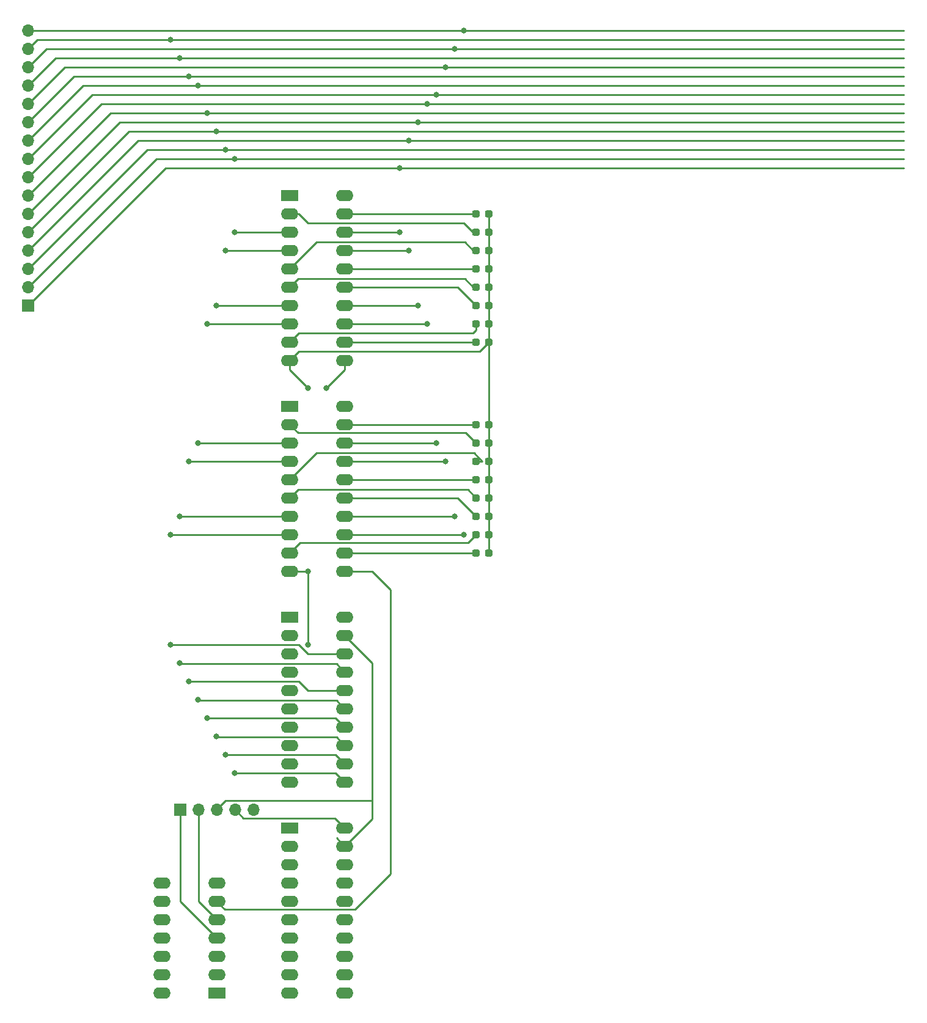
<source format=gbr>
%TF.GenerationSoftware,KiCad,Pcbnew,6.0.8-1.fc36*%
%TF.CreationDate,2022-10-27T22:21:33-04:00*%
%TF.ProjectId,16bit_computer,31366269-745f-4636-9f6d-70757465722e,rev?*%
%TF.SameCoordinates,Original*%
%TF.FileFunction,Copper,L1,Top*%
%TF.FilePolarity,Positive*%
%FSLAX46Y46*%
G04 Gerber Fmt 4.6, Leading zero omitted, Abs format (unit mm)*
G04 Created by KiCad (PCBNEW 6.0.8-1.fc36) date 2022-10-27 22:21:33*
%MOMM*%
%LPD*%
G01*
G04 APERTURE LIST*
G04 Aperture macros list*
%AMRoundRect*
0 Rectangle with rounded corners*
0 $1 Rounding radius*
0 $2 $3 $4 $5 $6 $7 $8 $9 X,Y pos of 4 corners*
0 Add a 4 corners polygon primitive as box body*
4,1,4,$2,$3,$4,$5,$6,$7,$8,$9,$2,$3,0*
0 Add four circle primitives for the rounded corners*
1,1,$1+$1,$2,$3*
1,1,$1+$1,$4,$5*
1,1,$1+$1,$6,$7*
1,1,$1+$1,$8,$9*
0 Add four rect primitives between the rounded corners*
20,1,$1+$1,$2,$3,$4,$5,0*
20,1,$1+$1,$4,$5,$6,$7,0*
20,1,$1+$1,$6,$7,$8,$9,0*
20,1,$1+$1,$8,$9,$2,$3,0*%
G04 Aperture macros list end*
%TA.AperFunction,SMDPad,CuDef*%
%ADD10RoundRect,0.237500X0.287500X0.237500X-0.287500X0.237500X-0.287500X-0.237500X0.287500X-0.237500X0*%
%TD*%
%TA.AperFunction,ComponentPad*%
%ADD11R,2.400000X1.600000*%
%TD*%
%TA.AperFunction,ComponentPad*%
%ADD12O,2.400000X1.600000*%
%TD*%
%TA.AperFunction,ComponentPad*%
%ADD13R,1.700000X1.700000*%
%TD*%
%TA.AperFunction,ComponentPad*%
%ADD14O,1.700000X1.700000*%
%TD*%
%TA.AperFunction,ViaPad*%
%ADD15C,0.800000*%
%TD*%
%TA.AperFunction,Conductor*%
%ADD16C,0.250000*%
%TD*%
G04 APERTURE END LIST*
D10*
%TO.P,D7,1,K*%
%TO.N,Vss*%
X89775000Y-88900000D03*
%TO.P,D7,2,A*%
%TO.N,Net-(D7-Pad2)*%
X88025000Y-88900000D03*
%TD*%
%TO.P,D10,1,K*%
%TO.N,Vss*%
X89775000Y-105410000D03*
%TO.P,D10,2,A*%
%TO.N,Net-(D10-Pad2)*%
X88025000Y-105410000D03*
%TD*%
%TO.P,D13,1,K*%
%TO.N,Vss*%
X89775000Y-113030000D03*
%TO.P,D13,2,A*%
%TO.N,Net-(D13-Pad2)*%
X88025000Y-113030000D03*
%TD*%
%TO.P,D6,1,K*%
%TO.N,Vss*%
X89775000Y-86360000D03*
%TO.P,D6,2,A*%
%TO.N,Net-(D6-Pad2)*%
X88025000Y-86360000D03*
%TD*%
%TO.P,D12,1,K*%
%TO.N,Vss*%
X89775000Y-110490000D03*
%TO.P,D12,2,A*%
%TO.N,Net-(D12-Pad2)*%
X88025000Y-110490000D03*
%TD*%
%TO.P,D11,1,K*%
%TO.N,Vss*%
X89775000Y-107950000D03*
%TO.P,D11,2,A*%
%TO.N,Net-(D11-Pad2)*%
X88025000Y-107950000D03*
%TD*%
%TO.P,D5,1,K*%
%TO.N,Vss*%
X89775000Y-83820000D03*
%TO.P,D5,2,A*%
%TO.N,Net-(D5-Pad2)*%
X88025000Y-83820000D03*
%TD*%
%TO.P,D1,1,K*%
%TO.N,Vss*%
X89775000Y-73660000D03*
%TO.P,D1,2,A*%
%TO.N,Net-(D1-Pad2)*%
X88025000Y-73660000D03*
%TD*%
%TO.P,D2,1,K*%
%TO.N,Vss*%
X89775000Y-76200000D03*
%TO.P,D2,2,A*%
%TO.N,Net-(D2-Pad2)*%
X88025000Y-76200000D03*
%TD*%
%TO.P,D14,1,K*%
%TO.N,Vss*%
X89775000Y-115570000D03*
%TO.P,D14,2,A*%
%TO.N,Net-(D14-Pad2)*%
X88025000Y-115570000D03*
%TD*%
%TO.P,D4,1,K*%
%TO.N,Vss*%
X89775000Y-81280000D03*
%TO.P,D4,2,A*%
%TO.N,Net-(D4-Pad2)*%
X88025000Y-81280000D03*
%TD*%
%TO.P,D15,1,K*%
%TO.N,Vss*%
X89775000Y-118110000D03*
%TO.P,D15,2,A*%
%TO.N,Net-(D15-Pad2)*%
X88025000Y-118110000D03*
%TD*%
%TO.P,D8,1,K*%
%TO.N,Vss*%
X89775000Y-91440000D03*
%TO.P,D8,2,A*%
%TO.N,Net-(D8-Pad2)*%
X88025000Y-91440000D03*
%TD*%
%TO.P,D16,1,K*%
%TO.N,Vss*%
X89775000Y-120650000D03*
%TO.P,D16,2,A*%
%TO.N,Net-(D16-Pad2)*%
X88025000Y-120650000D03*
%TD*%
%TO.P,D9,1,K*%
%TO.N,Vss*%
X89775000Y-102870000D03*
%TO.P,D9,2,A*%
%TO.N,Net-(D9-Pad2)*%
X88025000Y-102870000D03*
%TD*%
%TO.P,D3,1,K*%
%TO.N,Vss*%
X89775000Y-78740000D03*
%TO.P,D3,2,A*%
%TO.N,Net-(D3-Pad2)*%
X88025000Y-78740000D03*
%TD*%
D11*
%TO.P,U4,1,Dir*%
%TO.N,Vss*%
X62230000Y-158750000D03*
D12*
%TO.P,U4,2*%
%TO.N,/16*%
X62230000Y-161290000D03*
%TO.P,U4,3*%
%TO.N,/14*%
X62230000Y-163830000D03*
%TO.P,U4,4*%
%TO.N,/12*%
X62230000Y-166370000D03*
%TO.P,U4,5*%
%TO.N,/9*%
X62230000Y-168910000D03*
%TO.P,U4,6*%
%TO.N,/8*%
X62230000Y-171450000D03*
%TO.P,U4,7*%
%TO.N,/6*%
X62230000Y-173990000D03*
%TO.P,U4,8*%
%TO.N,/4*%
X62230000Y-176530000D03*
%TO.P,U4,9*%
%TO.N,/1*%
X62230000Y-179070000D03*
%TO.P,U4,10,Vss*%
%TO.N,Vss*%
X62230000Y-181610000D03*
%TO.P,U4,11*%
%TO.N,Net-(D1-Pad2)*%
X69850000Y-181610000D03*
%TO.P,U4,12*%
%TO.N,Net-(D4-Pad2)*%
X69850000Y-179070000D03*
%TO.P,U4,13*%
%TO.N,Net-(D6-Pad2)*%
X69850000Y-176530000D03*
%TO.P,U4,14*%
%TO.N,Net-(D8-Pad2)*%
X69850000Y-173990000D03*
%TO.P,U4,15*%
%TO.N,Net-(D9-Pad2)*%
X69850000Y-171450000D03*
%TO.P,U4,16*%
%TO.N,Net-(D12-Pad2)*%
X69850000Y-168910000D03*
%TO.P,U4,17*%
%TO.N,Net-(D14-Pad2)*%
X69850000Y-166370000D03*
%TO.P,U4,18*%
%TO.N,Net-(D16-Pad2)*%
X69850000Y-163830000D03*
%TO.P,U4,19,~{G}*%
%TO.N,/~{ENABLE}*%
X69850000Y-161290000D03*
%TO.P,U4,20,Vdd*%
%TO.N,Vdd*%
X69850000Y-158750000D03*
%TD*%
D11*
%TO.P,U2,1,~{E}*%
%TO.N,Vdd*%
X62230000Y-71120000D03*
D12*
%TO.P,U2,2*%
%TO.N,Net-(D2-Pad2)*%
X62230000Y-73660000D03*
%TO.P,U2,3*%
%TO.N,/2*%
X62230000Y-76200000D03*
%TO.P,U2,4*%
%TO.N,/3*%
X62230000Y-78740000D03*
%TO.P,U2,5*%
%TO.N,Net-(D3-Pad2)*%
X62230000Y-81280000D03*
%TO.P,U2,6*%
%TO.N,Net-(D5-Pad2)*%
X62230000Y-83820000D03*
%TO.P,U2,7*%
%TO.N,/5*%
X62230000Y-86360000D03*
%TO.P,U2,8*%
%TO.N,/7*%
X62230000Y-88900000D03*
%TO.P,U2,9*%
%TO.N,Net-(D7-Pad2)*%
X62230000Y-91440000D03*
%TO.P,U2,10,Vss*%
%TO.N,Vss*%
X62230000Y-93980000D03*
%TO.P,U2,11,Ck*%
%TO.N,Net-(J3-Pad6)*%
X69850000Y-93980000D03*
%TO.P,U2,12*%
%TO.N,Net-(D8-Pad2)*%
X69850000Y-91440000D03*
%TO.P,U2,13*%
%TO.N,/8*%
X69850000Y-88900000D03*
%TO.P,U2,14*%
%TO.N,/6*%
X69850000Y-86360000D03*
%TO.P,U2,15*%
%TO.N,Net-(D6-Pad2)*%
X69850000Y-83820000D03*
%TO.P,U2,16*%
%TO.N,Net-(D4-Pad2)*%
X69850000Y-81280000D03*
%TO.P,U2,17*%
%TO.N,/4*%
X69850000Y-78740000D03*
%TO.P,U2,18*%
%TO.N,/1*%
X69850000Y-76200000D03*
%TO.P,U2,19*%
%TO.N,Net-(D1-Pad2)*%
X69850000Y-73660000D03*
%TO.P,U2,20,Vdd*%
%TO.N,Vdd*%
X69850000Y-71120000D03*
%TD*%
D11*
%TO.P,J3,1,Pin_1*%
%TO.N,unconnected-(J3-Pad1)*%
X52085000Y-181610000D03*
D12*
%TO.P,J3,2,Pin_2*%
%TO.N,unconnected-(J3-Pad2)*%
X52085000Y-179070000D03*
%TO.P,J3,3,Pin_3*%
%TO.N,unconnected-(J3-Pad3)*%
X52085000Y-176530000D03*
%TO.P,J3,4,Pin_4*%
%TO.N,/CLK*%
X52085000Y-173990000D03*
%TO.P,J3,5,Pin_5*%
%TO.N,/LOAD*%
X52085000Y-171450000D03*
%TO.P,J3,6,Pin_6*%
%TO.N,Net-(J3-Pad6)*%
X52085000Y-168910000D03*
%TO.P,J3,7,Pin_7*%
%TO.N,Vss*%
X52085000Y-166370000D03*
%TO.P,J3,8,Pin_8*%
%TO.N,unconnected-(J3-Pad8)*%
X44465000Y-166370000D03*
%TO.P,J3,9,Pin_9*%
%TO.N,unconnected-(J3-Pad9)*%
X44465000Y-168910000D03*
%TO.P,J3,10,Pin_10*%
%TO.N,unconnected-(J3-Pad10)*%
X44465000Y-171450000D03*
%TO.P,J3,11,Pin_11*%
%TO.N,unconnected-(J3-Pad11)*%
X44465000Y-173990000D03*
%TO.P,J3,12,Pin_12*%
%TO.N,unconnected-(J3-Pad12)*%
X44465000Y-176530000D03*
%TO.P,J3,13,Pin_13*%
%TO.N,unconnected-(J3-Pad13)*%
X44465000Y-179070000D03*
%TO.P,J3,14,Pin_14*%
%TO.N,Vdd*%
X44465000Y-181610000D03*
%TD*%
D13*
%TO.P,J2,1,Pin_1*%
%TO.N,/1*%
X25965000Y-86360000D03*
D14*
%TO.P,J2,2,Pin_2*%
%TO.N,/2*%
X25965000Y-83820000D03*
%TO.P,J2,3,Pin_3*%
%TO.N,/3*%
X25965000Y-81280000D03*
%TO.P,J2,4,Pin_4*%
%TO.N,/4*%
X25965000Y-78740000D03*
%TO.P,J2,5,Pin_5*%
%TO.N,/5*%
X25965000Y-76200000D03*
%TO.P,J2,6,Pin_6*%
%TO.N,/6*%
X25965000Y-73660000D03*
%TO.P,J2,7,Pin_7*%
%TO.N,/7*%
X25965000Y-71120000D03*
%TO.P,J2,8,Pin_8*%
%TO.N,/8*%
X25965000Y-68580000D03*
%TO.P,J2,9,Pin_9*%
%TO.N,/9*%
X25965000Y-66040000D03*
%TO.P,J2,10,Pin_10*%
%TO.N,/10*%
X25965000Y-63500000D03*
%TO.P,J2,11,Pin_11*%
%TO.N,/11*%
X25965000Y-60960000D03*
%TO.P,J2,12,Pin_12*%
%TO.N,/12*%
X25965000Y-58420000D03*
%TO.P,J2,13,Pin_13*%
%TO.N,/13*%
X25965000Y-55880000D03*
%TO.P,J2,14,Pin_14*%
%TO.N,/14*%
X25965000Y-53340000D03*
%TO.P,J2,15,Pin_15*%
%TO.N,/15*%
X25965000Y-50800000D03*
%TO.P,J2,16,Pin_16*%
%TO.N,/16*%
X25965000Y-48260000D03*
%TD*%
D11*
%TO.P,U5,1,Dir*%
%TO.N,Vdd*%
X62230000Y-129540000D03*
D12*
%TO.P,U5,2*%
%TO.N,Net-(D15-Pad2)*%
X62230000Y-132080000D03*
%TO.P,U5,3*%
%TO.N,Net-(D13-Pad2)*%
X62230000Y-134620000D03*
%TO.P,U5,4*%
%TO.N,Net-(D11-Pad2)*%
X62230000Y-137160000D03*
%TO.P,U5,5*%
%TO.N,Net-(D10-Pad2)*%
X62230000Y-139700000D03*
%TO.P,U5,6*%
%TO.N,Net-(D7-Pad2)*%
X62230000Y-142240000D03*
%TO.P,U5,7*%
%TO.N,Net-(D5-Pad2)*%
X62230000Y-144780000D03*
%TO.P,U5,8*%
%TO.N,Net-(D3-Pad2)*%
X62230000Y-147320000D03*
%TO.P,U5,9*%
%TO.N,Net-(D2-Pad2)*%
X62230000Y-149860000D03*
%TO.P,U5,10,Vss*%
%TO.N,Vss*%
X62230000Y-152400000D03*
%TO.P,U5,11*%
%TO.N,/2*%
X69850000Y-152400000D03*
%TO.P,U5,12*%
%TO.N,/3*%
X69850000Y-149860000D03*
%TO.P,U5,13*%
%TO.N,/5*%
X69850000Y-147320000D03*
%TO.P,U5,14*%
%TO.N,/7*%
X69850000Y-144780000D03*
%TO.P,U5,15*%
%TO.N,/10*%
X69850000Y-142240000D03*
%TO.P,U5,16*%
%TO.N,/11*%
X69850000Y-139700000D03*
%TO.P,U5,17*%
%TO.N,/13*%
X69850000Y-137160000D03*
%TO.P,U5,18*%
%TO.N,/15*%
X69850000Y-134620000D03*
%TO.P,U5,19,~{G}*%
%TO.N,/~{ENABLE}*%
X69850000Y-132080000D03*
%TO.P,U5,20,Vdd*%
%TO.N,Vdd*%
X69850000Y-129540000D03*
%TD*%
D13*
%TO.P,J1,1,Pin_1*%
%TO.N,/CLK*%
X46995000Y-156210000D03*
D14*
%TO.P,J1,2,Pin_2*%
%TO.N,/LOAD*%
X49535000Y-156210000D03*
%TO.P,J1,3,Pin_3*%
%TO.N,/~{ENABLE}*%
X52075000Y-156210000D03*
%TO.P,J1,4,Pin_4*%
%TO.N,Vdd*%
X54615000Y-156210000D03*
%TO.P,J1,5,Pin_5*%
%TO.N,Vss*%
X57155000Y-156210000D03*
%TD*%
D11*
%TO.P,U3,1,~{E}*%
%TO.N,Vdd*%
X62230000Y-100330000D03*
D12*
%TO.P,U3,2*%
%TO.N,Net-(D10-Pad2)*%
X62230000Y-102870000D03*
%TO.P,U3,3*%
%TO.N,/10*%
X62230000Y-105410000D03*
%TO.P,U3,4*%
%TO.N,/11*%
X62230000Y-107950000D03*
%TO.P,U3,5*%
%TO.N,Net-(D11-Pad2)*%
X62230000Y-110490000D03*
%TO.P,U3,6*%
%TO.N,Net-(D13-Pad2)*%
X62230000Y-113030000D03*
%TO.P,U3,7*%
%TO.N,/13*%
X62230000Y-115570000D03*
%TO.P,U3,8*%
%TO.N,/15*%
X62230000Y-118110000D03*
%TO.P,U3,9*%
%TO.N,Net-(D15-Pad2)*%
X62230000Y-120650000D03*
%TO.P,U3,10,Vss*%
%TO.N,Vss*%
X62230000Y-123190000D03*
%TO.P,U3,11,Ck*%
%TO.N,Net-(J3-Pad6)*%
X69850000Y-123190000D03*
%TO.P,U3,12*%
%TO.N,Net-(D16-Pad2)*%
X69850000Y-120650000D03*
%TO.P,U3,13*%
%TO.N,/16*%
X69850000Y-118110000D03*
%TO.P,U3,14*%
%TO.N,/14*%
X69850000Y-115570000D03*
%TO.P,U3,15*%
%TO.N,Net-(D14-Pad2)*%
X69850000Y-113030000D03*
%TO.P,U3,16*%
%TO.N,Net-(D12-Pad2)*%
X69850000Y-110490000D03*
%TO.P,U3,17*%
%TO.N,/12*%
X69850000Y-107950000D03*
%TO.P,U3,18*%
%TO.N,/9*%
X69850000Y-105410000D03*
%TO.P,U3,19*%
%TO.N,Net-(D9-Pad2)*%
X69850000Y-102870000D03*
%TO.P,U3,20,Vdd*%
%TO.N,Vdd*%
X69850000Y-100330000D03*
%TD*%
D15*
%TO.N,/2*%
X54610000Y-66040000D03*
%TO.N,/3*%
X53340000Y-64770000D03*
%TO.N,/5*%
X52070000Y-62230000D03*
%TO.N,/7*%
X50800000Y-59690000D03*
%TO.N,/10*%
X49530000Y-55880000D03*
%TO.N,/11*%
X48260000Y-54610000D03*
%TO.N,/13*%
X46990000Y-52070000D03*
%TO.N,/15*%
X45720000Y-49530000D03*
%TO.N,/1*%
X77470000Y-67310000D03*
%TO.N,/9*%
X82540000Y-57160000D03*
%TO.N,/12*%
X83820000Y-53340000D03*
%TO.N,/14*%
X85090000Y-50800000D03*
%TO.N,/16*%
X86360000Y-48260000D03*
%TO.N,/4*%
X78740000Y-63500000D03*
%TO.N,/6*%
X80010000Y-60960000D03*
%TO.N,/8*%
X81280000Y-58420000D03*
%TO.N,/10*%
X49520000Y-105405000D03*
X49520000Y-140965000D03*
%TO.N,/11*%
X48260000Y-138430000D03*
X48255000Y-107950000D03*
%TO.N,/13*%
X46990000Y-135890000D03*
X46980000Y-115565000D03*
%TO.N,/15*%
X45720000Y-133350000D03*
X45710000Y-118105000D03*
%TO.N,/2*%
X54600000Y-76195000D03*
X54600000Y-151125000D03*
%TO.N,/3*%
X53330000Y-78735000D03*
X53330000Y-148585000D03*
%TO.N,/5*%
X52060000Y-146045000D03*
X52060000Y-86355000D03*
%TO.N,/7*%
X50790000Y-143505000D03*
X50790000Y-88895000D03*
%TO.N,/8*%
X81270000Y-88895000D03*
%TO.N,/6*%
X80000000Y-86355000D03*
%TO.N,/4*%
X78730000Y-78735000D03*
%TO.N,/1*%
X77460000Y-76195000D03*
%TO.N,/16*%
X86350000Y-118105000D03*
%TO.N,/14*%
X85080000Y-115565000D03*
%TO.N,/12*%
X83810000Y-107945000D03*
%TO.N,/9*%
X82540000Y-105405000D03*
%TO.N,Vss*%
X64770000Y-123190000D03*
X64770000Y-133350000D03*
X64770000Y-97790000D03*
%TO.N,Net-(J3-Pad6)*%
X67310000Y-97790000D03*
%TD*%
D16*
%TO.N,/13*%
X25965000Y-55880000D02*
X29775000Y-52070000D01*
X29775000Y-52070000D02*
X147320000Y-52070000D01*
%TO.N,/3*%
X52070000Y-64770000D02*
X53340000Y-64770000D01*
X53340000Y-64770000D02*
X147320000Y-64770000D01*
%TO.N,/5*%
X39935000Y-62230000D02*
X52070000Y-62230000D01*
X52070000Y-62230000D02*
X147320000Y-62230000D01*
%TO.N,/15*%
X27235000Y-49530000D02*
X45720000Y-49530000D01*
X45720000Y-49530000D02*
X83820000Y-49530000D01*
%TO.N,/14*%
X85085000Y-115565000D02*
X85090000Y-115570000D01*
X85080000Y-115565000D02*
X85085000Y-115565000D01*
%TO.N,/8*%
X36125000Y-58420000D02*
X81280000Y-58420000D01*
X81280000Y-58420000D02*
X147320000Y-58420000D01*
%TO.N,/10*%
X62225000Y-105410000D02*
X62220000Y-105405000D01*
X62220000Y-105405000D02*
X49520000Y-105405000D01*
X68725000Y-141115000D02*
X62220000Y-141115000D01*
X49670000Y-141115000D02*
X49520000Y-140965000D01*
X69850000Y-142240000D02*
X68725000Y-141115000D01*
%TO.N,/9*%
X25965000Y-66040000D02*
X34855000Y-57150000D01*
%TO.N,/10*%
X62220000Y-141115000D02*
X49670000Y-141115000D01*
X62230000Y-105410000D02*
X62225000Y-105410000D01*
%TO.N,/9*%
X34855000Y-57150000D02*
X147320000Y-57150000D01*
%TO.N,/10*%
X25965000Y-63500000D02*
X33585000Y-55880000D01*
%TO.N,/11*%
X63500000Y-138430000D02*
X48260000Y-138430000D01*
X69850000Y-139700000D02*
X64770000Y-139700000D01*
X48250000Y-107945000D02*
X48255000Y-107950000D01*
X64770000Y-139700000D02*
X63500000Y-138430000D01*
X62230000Y-107950000D02*
X48255000Y-107950000D01*
%TO.N,/10*%
X33585000Y-55880000D02*
X147320000Y-55880000D01*
%TO.N,/11*%
X25965000Y-60960000D02*
X32315000Y-54610000D01*
%TO.N,/13*%
X46985000Y-115570000D02*
X46980000Y-115565000D01*
X69850000Y-137160000D02*
X68725000Y-136035000D01*
%TO.N,/11*%
X32315000Y-54610000D02*
X147320000Y-54610000D01*
%TO.N,/13*%
X68725000Y-136035000D02*
X47135000Y-136035000D01*
X62230000Y-115570000D02*
X46985000Y-115570000D01*
X47135000Y-136035000D02*
X46990000Y-135890000D01*
%TO.N,/12*%
X31045000Y-53340000D02*
X147320000Y-53340000D01*
%TO.N,/15*%
X62225000Y-118110000D02*
X62220000Y-118105000D01*
X62230000Y-118110000D02*
X62225000Y-118110000D01*
X62220000Y-118105000D02*
X45710000Y-118105000D01*
%TO.N,/12*%
X25965000Y-58420000D02*
X31045000Y-53340000D01*
X25965000Y-58420000D02*
X26670000Y-58420000D01*
%TO.N,/15*%
X69850000Y-134620000D02*
X64770000Y-134620000D01*
X64770000Y-134620000D02*
X63500000Y-133350000D01*
X63500000Y-133350000D02*
X45720000Y-133350000D01*
%TO.N,/LOAD*%
X52085000Y-171450000D02*
X49535000Y-168900000D01*
X49535000Y-168900000D02*
X49535000Y-156210000D01*
%TO.N,/2*%
X54605000Y-76195000D02*
X54610000Y-76200000D01*
X62230000Y-76200000D02*
X54605000Y-76200000D01*
%TO.N,/1*%
X25965000Y-86360000D02*
X45015000Y-67310000D01*
%TO.N,/2*%
X69850000Y-152400000D02*
X68575000Y-151125000D01*
%TO.N,/1*%
X25965000Y-86360000D02*
X26670000Y-86360000D01*
%TO.N,/2*%
X68575000Y-151125000D02*
X54600000Y-151125000D01*
X62225000Y-76200000D02*
X62220000Y-76195000D01*
X62230000Y-76200000D02*
X62225000Y-76200000D01*
X54600000Y-76195000D02*
X54605000Y-76195000D01*
%TO.N,/1*%
X45015000Y-67310000D02*
X147320000Y-67310000D01*
%TO.N,/2*%
X54605000Y-76200000D02*
X54600000Y-76195000D01*
%TO.N,/3*%
X68570000Y-148585000D02*
X53330000Y-148585000D01*
X53335000Y-78740000D02*
X53330000Y-78735000D01*
%TO.N,/2*%
X43745000Y-66040000D02*
X53340000Y-66040000D01*
%TO.N,/3*%
X69845000Y-149860000D02*
X69840000Y-149855000D01*
X53330000Y-78735000D02*
X53335000Y-78735000D01*
X69850000Y-149860000D02*
X69845000Y-149860000D01*
X69840000Y-149855000D02*
X68570000Y-148585000D01*
X62230000Y-78740000D02*
X53335000Y-78740000D01*
%TO.N,/2*%
X53340000Y-66040000D02*
X147320000Y-66040000D01*
X25965000Y-83820000D02*
X43745000Y-66040000D01*
%TO.N,/3*%
X53335000Y-78735000D02*
X53340000Y-78740000D01*
%TO.N,/5*%
X62220000Y-86355000D02*
X52060000Y-86355000D01*
%TO.N,/3*%
X25965000Y-81280000D02*
X42475000Y-64770000D01*
%TO.N,/5*%
X62225000Y-86360000D02*
X62220000Y-86355000D01*
X52210000Y-146195000D02*
X52060000Y-146045000D01*
X68725000Y-146195000D02*
X52210000Y-146195000D01*
X62230000Y-86360000D02*
X62225000Y-86360000D01*
%TO.N,/3*%
X42475000Y-64770000D02*
X52070000Y-64770000D01*
%TO.N,/5*%
X69850000Y-147320000D02*
X68725000Y-146195000D01*
%TO.N,/7*%
X62230000Y-88900000D02*
X50795000Y-88900000D01*
%TO.N,/4*%
X41205000Y-63500000D02*
X147320000Y-63500000D01*
%TO.N,/7*%
X50795000Y-88900000D02*
X50790000Y-88895000D01*
%TO.N,/4*%
X25965000Y-78740000D02*
X41205000Y-63500000D01*
%TO.N,/7*%
X69840000Y-144775000D02*
X68570000Y-143505000D01*
X69850000Y-144780000D02*
X69845000Y-144780000D01*
X69845000Y-144780000D02*
X69840000Y-144775000D01*
X68570000Y-143505000D02*
X50790000Y-143505000D01*
%TO.N,/8*%
X81265000Y-88900000D02*
X81270000Y-88895000D01*
X69850000Y-88900000D02*
X81265000Y-88900000D01*
%TO.N,/5*%
X25965000Y-76200000D02*
X39935000Y-62230000D01*
%TO.N,/6*%
X25965000Y-73660000D02*
X38665000Y-60960000D01*
X69850000Y-86360000D02*
X79995000Y-86360000D01*
X38665000Y-60960000D02*
X80010000Y-60960000D01*
X80010000Y-60960000D02*
X147320000Y-60960000D01*
X79995000Y-86360000D02*
X80000000Y-86355000D01*
%TO.N,/7*%
X25965000Y-71120000D02*
X37395000Y-59690000D01*
%TO.N,/4*%
X69845000Y-78740000D02*
X69840000Y-78735000D01*
X69840000Y-78735000D02*
X78730000Y-78735000D01*
%TO.N,/7*%
X37395000Y-59690000D02*
X147320000Y-59690000D01*
%TO.N,/4*%
X69850000Y-78740000D02*
X69845000Y-78740000D01*
%TO.N,/1*%
X69850000Y-76200000D02*
X69845000Y-76200000D01*
%TO.N,/8*%
X25965000Y-68580000D02*
X36125000Y-58420000D01*
%TO.N,/1*%
X69845000Y-76200000D02*
X69840000Y-76195000D01*
X69840000Y-76195000D02*
X77460000Y-76195000D01*
%TO.N,Vdd*%
X68485000Y-157385000D02*
X69850000Y-158750000D01*
X55790000Y-157385000D02*
X68485000Y-157385000D01*
X54615000Y-156210000D02*
X55790000Y-157385000D01*
%TO.N,/16*%
X69850000Y-118110000D02*
X69845000Y-118110000D01*
X69840000Y-118105000D02*
X86350000Y-118105000D01*
X69845000Y-118110000D02*
X69840000Y-118105000D01*
%TO.N,/14*%
X69845000Y-115570000D02*
X69840000Y-115565000D01*
X25965000Y-53340000D02*
X28505000Y-50800000D01*
X85090000Y-50800000D02*
X147320000Y-50800000D01*
X69850000Y-115570000D02*
X69845000Y-115570000D01*
X69840000Y-115565000D02*
X85080000Y-115565000D01*
X28505000Y-50800000D02*
X85090000Y-50800000D01*
%TO.N,/15*%
X25965000Y-50800000D02*
X27235000Y-49530000D01*
%TO.N,/12*%
X69850000Y-107950000D02*
X83805000Y-107950000D01*
X83805000Y-107950000D02*
X83810000Y-107945000D01*
%TO.N,/15*%
X83820000Y-49530000D02*
X147320000Y-49530000D01*
%TO.N,/9*%
X69845000Y-105410000D02*
X69840000Y-105405000D01*
X69840000Y-105405000D02*
X82540000Y-105405000D01*
%TO.N,/16*%
X25965000Y-48260000D02*
X82550000Y-48260000D01*
X82550000Y-48260000D02*
X147320000Y-48260000D01*
%TO.N,/9*%
X69850000Y-105410000D02*
X69845000Y-105410000D01*
%TO.N,/~{ENABLE}*%
X52075000Y-156210000D02*
X52070000Y-156210000D01*
X73660000Y-157480000D02*
X73660000Y-154940000D01*
X73660000Y-135890000D02*
X69850000Y-132080000D01*
X68725000Y-160165000D02*
X69850000Y-161290000D01*
X52070000Y-156210000D02*
X53340000Y-154940000D01*
X69850000Y-161290000D02*
X73660000Y-157480000D01*
X53340000Y-154940000D02*
X73660000Y-154940000D01*
X73660000Y-154940000D02*
X73660000Y-135890000D01*
%TO.N,Vss*%
X89775000Y-91440000D02*
X88505000Y-92710000D01*
X64770000Y-133350000D02*
X64770000Y-125730000D01*
X62230000Y-93980000D02*
X62230000Y-95250000D01*
X62230000Y-123190000D02*
X64770000Y-123190000D01*
X89775000Y-120650000D02*
X89775000Y-102870000D01*
X63500000Y-92710000D02*
X62230000Y-93980000D01*
X64770000Y-123190000D02*
X64770000Y-125730000D01*
X89775000Y-73660000D02*
X89775000Y-91440000D01*
X62230000Y-95250000D02*
X64770000Y-97790000D01*
X52085000Y-166370000D02*
X52070000Y-166370000D01*
X89775000Y-102870000D02*
X89775000Y-91440000D01*
X88505000Y-92710000D02*
X63500000Y-92710000D01*
%TO.N,/CLK*%
X46995000Y-168900000D02*
X52085000Y-173990000D01*
X46995000Y-156210000D02*
X46995000Y-168900000D01*
%TO.N,Net-(J3-Pad6)*%
X76200000Y-165100000D02*
X76200000Y-125730000D01*
X52070000Y-168910000D02*
X53195000Y-170035000D01*
X69850000Y-93980000D02*
X69850000Y-95250000D01*
X71265000Y-170035000D02*
X76200000Y-165100000D01*
X76200000Y-125730000D02*
X73660000Y-123190000D01*
X53195000Y-170035000D02*
X71265000Y-170035000D01*
X52085000Y-168910000D02*
X52070000Y-168910000D01*
X73660000Y-123190000D02*
X69850000Y-123190000D01*
X69850000Y-95250000D02*
X67310000Y-97790000D01*
%TO.N,Net-(D2-Pad2)*%
X88025000Y-76200000D02*
X87630000Y-76200000D01*
X63500000Y-73660000D02*
X64770000Y-74930000D01*
X87630000Y-76200000D02*
X86360000Y-74930000D01*
X86360000Y-74930000D02*
X64770000Y-74930000D01*
X62230000Y-73660000D02*
X63500000Y-73660000D01*
%TO.N,Net-(D3-Pad2)*%
X88025000Y-78740000D02*
X87630000Y-78740000D01*
X87630000Y-78740000D02*
X86505000Y-77615000D01*
X65895000Y-77615000D02*
X62230000Y-81280000D01*
X86505000Y-77615000D02*
X65895000Y-77615000D01*
%TO.N,Net-(D5-Pad2)*%
X87630000Y-83820000D02*
X86505000Y-82695000D01*
X86505000Y-82695000D02*
X63355000Y-82695000D01*
X88025000Y-83820000D02*
X87630000Y-83820000D01*
X63355000Y-82695000D02*
X62230000Y-83820000D01*
%TO.N,Net-(D7-Pad2)*%
X63500000Y-90170000D02*
X87630000Y-90170000D01*
X88025000Y-88900000D02*
X88025000Y-89775000D01*
X88025000Y-89775000D02*
X87630000Y-90170000D01*
X62230000Y-91440000D02*
X63500000Y-90170000D01*
%TO.N,Net-(D10-Pad2)*%
X88025000Y-105410000D02*
X86610000Y-103995000D01*
X86610000Y-103995000D02*
X63355000Y-103995000D01*
X63355000Y-103995000D02*
X62230000Y-102870000D01*
%TO.N,Net-(D11-Pad2)*%
X87775000Y-106825000D02*
X65895000Y-106825000D01*
X65895000Y-106825000D02*
X62230000Y-110490000D01*
X88025000Y-107950000D02*
X88900000Y-107950000D01*
X88900000Y-107950000D02*
X87775000Y-106825000D01*
%TO.N,Net-(D13-Pad2)*%
X63355000Y-111905000D02*
X62230000Y-113030000D01*
X88025000Y-113030000D02*
X86900000Y-111905000D01*
X86900000Y-111905000D02*
X63355000Y-111905000D01*
%TO.N,Net-(D15-Pad2)*%
X88025000Y-118110000D02*
X86900000Y-119235000D01*
X86900000Y-119235000D02*
X63645000Y-119235000D01*
X63645000Y-119235000D02*
X62230000Y-120650000D01*
%TO.N,Net-(D16-Pad2)*%
X88025000Y-120650000D02*
X69850000Y-120650000D01*
%TO.N,Net-(D14-Pad2)*%
X85485000Y-113030000D02*
X69850000Y-113030000D01*
X88025000Y-115570000D02*
X85485000Y-113030000D01*
%TO.N,Net-(D12-Pad2)*%
X88025000Y-110490000D02*
X69850000Y-110490000D01*
%TO.N,Net-(D9-Pad2)*%
X69850000Y-102870000D02*
X88025000Y-102870000D01*
%TO.N,Net-(D8-Pad2)*%
X69850000Y-91440000D02*
X87630000Y-91440000D01*
%TO.N,Net-(D6-Pad2)*%
X85485000Y-83820000D02*
X69850000Y-83820000D01*
X88025000Y-86360000D02*
X85485000Y-83820000D01*
%TO.N,Net-(D4-Pad2)*%
X69850000Y-81280000D02*
X87630000Y-81280000D01*
%TO.N,Net-(D1-Pad2)*%
X69850000Y-73660000D02*
X87630000Y-73660000D01*
%TD*%
M02*

</source>
